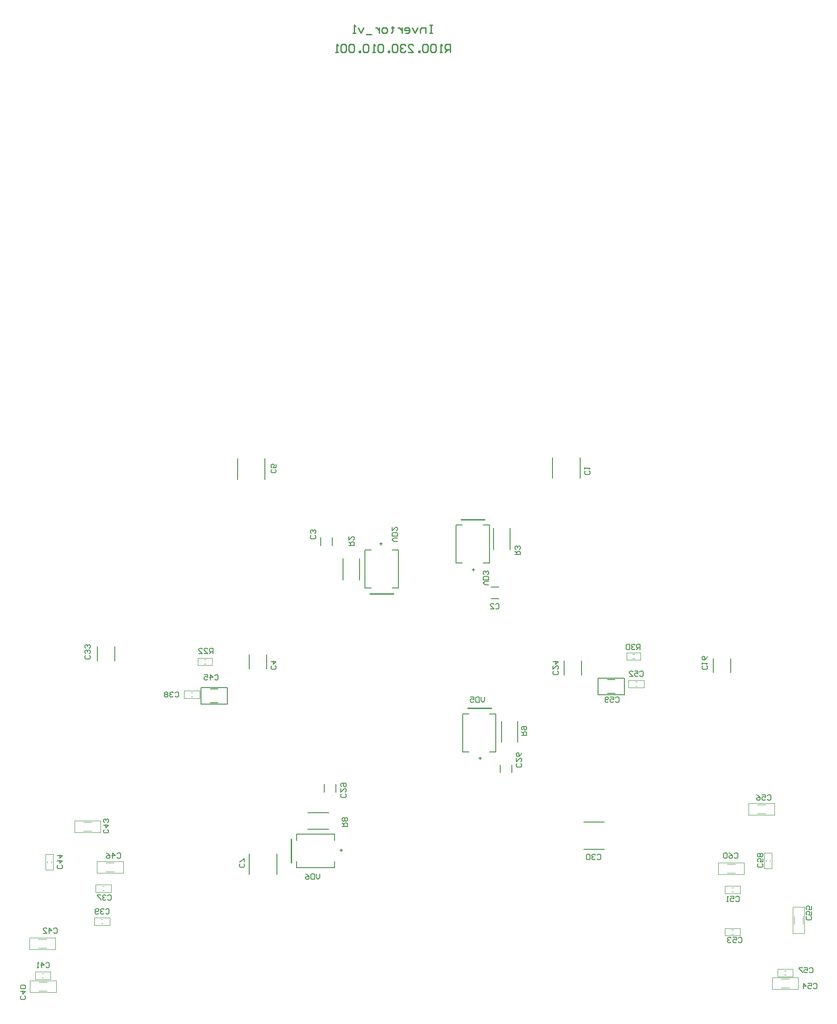
<source format=gbo>
G04 Layer_Color=32896*
%FSLAX44Y44*%
%MOMM*%
G71*
G01*
G75*
%ADD59C,0.2500*%
%ADD60C,0.1270*%
%ADD62C,0.2540*%
%ADD63C,0.2000*%
%ADD65C,0.1524*%
%ADD67C,0.1000*%
%ADD68C,0.1500*%
D59*
X850000Y1909502D02*
Y1924498D01*
X842503D01*
X840003Y1921998D01*
Y1917000D01*
X842503Y1914501D01*
X850000D01*
X845002D02*
X840003Y1909502D01*
X835005D02*
X830006D01*
X832506D01*
Y1924498D01*
X835005Y1921998D01*
X822509D02*
X820010Y1924498D01*
X815011D01*
X812512Y1921998D01*
Y1912002D01*
X815011Y1909502D01*
X820010D01*
X822509Y1912002D01*
Y1921998D01*
X807514D02*
X805015Y1924498D01*
X800016D01*
X797517Y1921998D01*
Y1912002D01*
X800016Y1909502D01*
X805015D01*
X807514Y1912002D01*
Y1921998D01*
X792519Y1909502D02*
Y1912002D01*
X790020D01*
Y1909502D01*
X792519D01*
X770026D02*
X780023D01*
X770026Y1919499D01*
Y1921998D01*
X772525Y1924498D01*
X777523D01*
X780023Y1921998D01*
X765027D02*
X762528Y1924498D01*
X757530D01*
X755031Y1921998D01*
Y1919499D01*
X757530Y1917000D01*
X760029D01*
X757530D01*
X755031Y1914501D01*
Y1912002D01*
X757530Y1909502D01*
X762528D01*
X765027Y1912002D01*
X750032Y1921998D02*
X747533Y1924498D01*
X742535D01*
X740036Y1921998D01*
Y1912002D01*
X742535Y1909502D01*
X747533D01*
X750032Y1912002D01*
Y1921998D01*
X735037Y1909502D02*
Y1912002D01*
X732538D01*
Y1909502D01*
X735037D01*
X722541Y1921998D02*
X720042Y1924498D01*
X715044D01*
X712544Y1921998D01*
Y1912002D01*
X715044Y1909502D01*
X720042D01*
X722541Y1912002D01*
Y1921998D01*
X707546Y1909502D02*
X702548D01*
X705047D01*
Y1924498D01*
X707546Y1921998D01*
X695050D02*
X692551Y1924498D01*
X687553D01*
X685053Y1921998D01*
Y1912002D01*
X687553Y1909502D01*
X692551D01*
X695050Y1912002D01*
Y1921998D01*
X680055Y1909502D02*
Y1912002D01*
X677556D01*
Y1909502D01*
X680055D01*
X667559Y1921998D02*
X665060Y1924498D01*
X660061D01*
X657562Y1921998D01*
Y1912002D01*
X660061Y1909502D01*
X665060D01*
X667559Y1912002D01*
Y1921998D01*
X652564D02*
X650065Y1924498D01*
X645066D01*
X642567Y1921998D01*
Y1912002D01*
X645066Y1909502D01*
X650065D01*
X652564Y1912002D01*
Y1921998D01*
X637569Y1909502D02*
X632570D01*
X635070D01*
Y1924498D01*
X637569Y1921998D01*
X815617Y1961139D02*
X810619D01*
X813118D01*
Y1946144D01*
X815617D01*
X810619D01*
X803121D02*
Y1956141D01*
X795624D01*
X793124Y1953642D01*
Y1946144D01*
X788126Y1956141D02*
X783128Y1946144D01*
X778129Y1956141D01*
X765633Y1946144D02*
X770632D01*
X773131Y1948643D01*
Y1953642D01*
X770632Y1956141D01*
X765633D01*
X763134Y1953642D01*
Y1951142D01*
X773131D01*
X758136Y1956141D02*
Y1946144D01*
Y1951142D01*
X755637Y1953642D01*
X753137Y1956141D01*
X750638D01*
X740641Y1958640D02*
Y1956141D01*
X743141D01*
X738142D01*
X740641D01*
Y1948643D01*
X738142Y1946144D01*
X728145D02*
X723147D01*
X720648Y1948643D01*
Y1953642D01*
X723147Y1956141D01*
X728145D01*
X730645Y1953642D01*
Y1948643D01*
X728145Y1946144D01*
X715649Y1956141D02*
Y1946144D01*
Y1951142D01*
X713150Y1953642D01*
X710651Y1956141D01*
X708152D01*
X700654Y1943645D02*
X690658D01*
X685659Y1956141D02*
X680661Y1946144D01*
X675662Y1956141D01*
X670664Y1946144D02*
X665666D01*
X668165D01*
Y1961139D01*
X670664Y1958640D01*
D60*
X377750Y705750D02*
X427250D01*
X377750Y674500D02*
Y705750D01*
Y674500D02*
X427250D01*
Y705750D01*
X1130250Y691750D02*
X1179750D01*
Y723000D01*
X1130250D02*
X1179750D01*
X1130250Y691750D02*
Y723000D01*
D62*
X697500Y883250D02*
X742500D01*
X870000Y1024250D02*
X915000D01*
X882500Y666750D02*
X927500D01*
X548250Y373457D02*
Y418457D01*
D63*
X739750Y894000D02*
X751500D01*
X739750Y966000D02*
X751500D01*
X688500Y894000D02*
X700250D01*
X688500Y966000D02*
X700250D01*
X751500Y894000D02*
Y966000D01*
X688500Y894000D02*
Y966000D01*
X861000Y1013500D02*
X872750D01*
X861000Y941500D02*
X872750D01*
X912250Y1013500D02*
X924000D01*
X912250Y941500D02*
X924000D01*
X861000D02*
Y1013500D01*
X924000Y941500D02*
Y1013500D01*
X873500Y656000D02*
X885250D01*
X873500Y584000D02*
X885250D01*
X924750Y656000D02*
X936500D01*
X924750Y584000D02*
X936500D01*
X873500D02*
Y656000D01*
X936500Y584000D02*
Y656000D01*
X559000Y364458D02*
Y376208D01*
X631000Y364458D02*
Y376208D01*
X559000Y415708D02*
Y427458D01*
X631000Y415708D02*
Y427458D01*
X559000Y364458D02*
X631000D01*
X559000Y427458D02*
X631000D01*
X395000Y677000D02*
X410000D01*
X395000Y703000D02*
X410000D01*
X1147500Y720500D02*
X1162500D01*
X1147500Y694500D02*
X1162500D01*
X927500Y896000D02*
X942500D01*
X927500Y874000D02*
X942500D01*
X626000Y974750D02*
Y989750D01*
X604000Y974750D02*
Y989750D01*
X966543Y544458D02*
Y559458D01*
X944542Y544458D02*
Y559458D01*
X611500Y507500D02*
Y522500D01*
X633500Y507500D02*
Y522500D01*
X181000Y756500D02*
Y783500D01*
X214000Y756500D02*
Y783500D01*
X468500Y741500D02*
Y768500D01*
X501500Y741500D02*
Y768500D01*
X1348500Y734000D02*
Y761000D01*
X1381500Y734000D02*
Y761000D01*
X1066000Y729000D02*
Y756000D01*
X1099000Y729000D02*
Y756000D01*
X469000Y351750D02*
Y390750D01*
X521000Y351750D02*
Y390750D01*
X446500Y1100500D02*
Y1139500D01*
X498500Y1100500D02*
Y1139500D01*
X1044000Y1103000D02*
Y1142000D01*
X1096000Y1103000D02*
Y1142000D01*
X1103000Y399000D02*
X1142000D01*
X1103000Y451000D02*
X1142000D01*
X646850Y910000D02*
Y950000D01*
X678150Y910000D02*
Y950000D01*
X963150Y967500D02*
Y1007500D01*
X931850Y967500D02*
Y1007500D01*
X580000Y468150D02*
X620000D01*
X580000Y436850D02*
X620000D01*
X978150Y602500D02*
Y642500D01*
X946850Y602500D02*
Y642500D01*
D65*
X718751Y980690D02*
Y975612D01*
X716212Y978151D02*
X721290D01*
X893749Y926810D02*
Y931888D01*
X896288Y929349D02*
X891210D01*
X906249Y569310D02*
Y574388D01*
X908788Y571849D02*
X903710D01*
X645690Y397206D02*
X640612D01*
X643151Y399745D02*
Y394667D01*
D67*
X1456500Y376000D02*
Y379000D01*
X1448500Y376000D02*
Y379000D01*
X1445500Y363000D02*
X1459500D01*
X1445500D02*
Y392000D01*
X1459500D01*
Y363000D02*
Y392000D01*
X1483500Y169000D02*
X1486500D01*
X1483500Y161000D02*
X1486500D01*
X1499500Y158000D02*
Y172000D01*
X1470500Y158000D02*
X1499500D01*
X1470500D02*
Y172000D01*
X1499500D01*
X1383500Y246500D02*
X1386500D01*
X1383500Y238500D02*
X1386500D01*
X1399500Y235500D02*
Y249500D01*
X1370500Y235500D02*
X1399500D01*
X1370500D02*
Y249500D01*
X1399500D01*
X1201000Y716500D02*
X1204000D01*
X1201000Y708500D02*
X1204000D01*
X1217000Y705500D02*
Y719500D01*
X1188000Y705500D02*
X1217000D01*
X1188000D02*
Y719500D01*
X1217000D01*
X1383500Y326500D02*
X1386500D01*
X1383500Y318500D02*
X1386500D01*
X1399500Y315500D02*
Y329500D01*
X1370500Y315500D02*
X1399500D01*
X1370500D02*
Y329500D01*
X1399500D01*
X94000Y373500D02*
Y376500D01*
X86000Y373500D02*
Y376500D01*
X83000Y360500D02*
X97000D01*
X83000D02*
Y389500D01*
X97000D01*
Y360500D02*
Y389500D01*
X76000Y156000D02*
X79000D01*
X76000Y164000D02*
X79000D01*
X63000Y153000D02*
Y167000D01*
X92000D01*
Y153000D02*
Y167000D01*
X63000Y153000D02*
X92000D01*
X188500Y266500D02*
X191500D01*
X188500Y258500D02*
X191500D01*
X204500Y255500D02*
Y269500D01*
X175500Y255500D02*
X204500D01*
X175500D02*
Y269500D01*
X204500D01*
X358500Y688500D02*
X361500D01*
X358500Y696500D02*
X361500D01*
X345500Y685500D02*
Y699500D01*
X374500D01*
Y685500D02*
Y699500D01*
X345500Y685500D02*
X374500D01*
X191000Y329000D02*
X194000D01*
X191000Y321000D02*
X194000D01*
X207000Y318000D02*
Y332000D01*
X178000Y318000D02*
X207000D01*
X178000D02*
Y332000D01*
X207000D01*
X155000Y451000D02*
X170000D01*
X155000Y434000D02*
X170000D01*
X187250Y431500D02*
Y453500D01*
X137750Y431500D02*
X187250D01*
X137750D02*
Y453500D01*
X187250D01*
X1375000Y371000D02*
X1390000D01*
X1375000Y354000D02*
X1390000D01*
X1407250Y351500D02*
Y373500D01*
X1357750Y351500D02*
X1407250D01*
X1357750D02*
Y373500D01*
X1407250D01*
X1432500Y483500D02*
X1447500D01*
X1432500Y466500D02*
X1447500D01*
X1464750Y464000D02*
Y486000D01*
X1415250Y464000D02*
X1464750D01*
X1415250D02*
Y486000D01*
X1464750D01*
X1501500Y257500D02*
Y272500D01*
X1518500Y257500D02*
Y272500D01*
X1499000Y289750D02*
X1521000D01*
Y240250D02*
Y289750D01*
X1499000Y240250D02*
X1521000D01*
X1499000D02*
Y289750D01*
X1477500Y153500D02*
X1492500D01*
X1477500Y136500D02*
X1492500D01*
X1509750Y134000D02*
Y156000D01*
X1460250Y134000D02*
X1509750D01*
X1460250D02*
Y156000D01*
X1509750D01*
X197500Y373500D02*
X212500D01*
X197500Y356500D02*
X212500D01*
X229750Y354000D02*
Y376000D01*
X180250Y354000D02*
X229750D01*
X180250D02*
Y376000D01*
X229750D01*
X69500Y212275D02*
X84500D01*
X69500Y229275D02*
X84500D01*
X52250Y209775D02*
Y231775D01*
X101750D01*
Y209775D02*
Y231775D01*
X52250Y209775D02*
X101750D01*
X70500Y130275D02*
X85500D01*
X70500Y147275D02*
X85500D01*
X53250Y127775D02*
Y149775D01*
X102750D01*
Y127775D02*
Y149775D01*
X53250Y127775D02*
X102750D01*
X1184250Y771750D02*
X1210750D01*
X1184250Y758250D02*
Y771750D01*
Y758250D02*
X1210750D01*
Y771750D01*
X1196500Y769250D02*
X1198500D01*
X1195500Y760750D02*
X1199500D01*
X1198500Y769250D02*
X1199500D01*
X1195500D02*
X1196500D01*
X371750Y761750D02*
X398250D01*
X371750Y748250D02*
Y761750D01*
Y748250D02*
X398250D01*
Y761750D01*
X384000Y759250D02*
X386000D01*
X383000Y750750D02*
X387000D01*
X386000Y759250D02*
X387000D01*
X383000D02*
X384000D01*
D68*
X602500Y352497D02*
Y345832D01*
X599168Y342500D01*
X595835Y345832D01*
Y352497D01*
X592503D02*
Y342500D01*
X587505D01*
X585839Y344166D01*
Y350831D01*
X587505Y352497D01*
X592503D01*
X575842D02*
X579174Y350831D01*
X582506Y347498D01*
Y344166D01*
X580840Y342500D01*
X577508D01*
X575842Y344166D01*
Y345832D01*
X577508Y347498D01*
X582506D01*
X915000Y687497D02*
Y680832D01*
X911668Y677500D01*
X908335Y680832D01*
Y687497D01*
X905003D02*
Y677500D01*
X900005D01*
X898339Y679166D01*
Y685831D01*
X900005Y687497D01*
X905003D01*
X888342D02*
X895006D01*
Y682498D01*
X891674Y684165D01*
X890008D01*
X888342Y682498D01*
Y679166D01*
X890008Y677500D01*
X893340D01*
X895006Y679166D01*
X922497Y900000D02*
X915832D01*
X912500Y903332D01*
X915832Y906665D01*
X922497D01*
Y909997D02*
X912500D01*
Y914995D01*
X914166Y916661D01*
X920831D01*
X922497Y914995D01*
Y909997D01*
X920831Y919994D02*
X922497Y921660D01*
Y924992D01*
X920831Y926658D01*
X919165D01*
X917498Y924992D01*
Y923326D01*
Y924992D01*
X915832Y926658D01*
X914166D01*
X912500Y924992D01*
Y921660D01*
X914166Y919994D01*
X749997Y982500D02*
X743332D01*
X740000Y985832D01*
X743332Y989165D01*
X749997D01*
Y992497D02*
X740000D01*
Y997495D01*
X741666Y999161D01*
X748331D01*
X749997Y997495D01*
Y992497D01*
X740000Y1009158D02*
Y1002494D01*
X746665Y1009158D01*
X748331D01*
X749997Y1007492D01*
Y1004160D01*
X748331Y1002494D01*
X985000Y615000D02*
X994997D01*
Y619998D01*
X993331Y621665D01*
X989998D01*
X988332Y619998D01*
Y615000D01*
Y618332D02*
X985000Y621665D01*
X986666Y624997D02*
X985000Y626663D01*
Y629995D01*
X986666Y631661D01*
X993331D01*
X994997Y629995D01*
Y626663D01*
X993331Y624997D01*
X991665D01*
X989998Y626663D01*
Y631661D01*
X645000Y442500D02*
X654997D01*
Y447498D01*
X653331Y449165D01*
X649998D01*
X648332Y447498D01*
Y442500D01*
Y445832D02*
X645000Y449165D01*
X653331Y452497D02*
X654997Y454163D01*
Y457495D01*
X653331Y459161D01*
X651665D01*
X649998Y457495D01*
X648332Y459161D01*
X646666D01*
X645000Y457495D01*
Y454163D01*
X646666Y452497D01*
X648332D01*
X649998Y454163D01*
X651665Y452497D01*
X653331D01*
X649998Y454163D02*
Y457495D01*
X972500Y957500D02*
X982497D01*
Y962498D01*
X980831Y964165D01*
X977498D01*
X975832Y962498D01*
Y957500D01*
Y960832D02*
X972500Y964165D01*
X980831Y967497D02*
X982497Y969163D01*
Y972495D01*
X980831Y974161D01*
X979165D01*
X977498Y972495D01*
Y970829D01*
Y972495D01*
X975832Y974161D01*
X974166D01*
X972500Y972495D01*
Y969163D01*
X974166Y967497D01*
X657500Y975000D02*
X667497D01*
Y979998D01*
X665831Y981665D01*
X662498D01*
X660832Y979998D01*
Y975000D01*
Y978332D02*
X657500Y981665D01*
Y991661D02*
Y984997D01*
X664165Y991661D01*
X665831D01*
X667497Y989995D01*
Y986663D01*
X665831Y984997D01*
X1128335Y388331D02*
X1130002Y389997D01*
X1133334D01*
X1135000Y388331D01*
Y381666D01*
X1133334Y380000D01*
X1130002D01*
X1128335Y381666D01*
X1125003Y388331D02*
X1123337Y389997D01*
X1120005D01*
X1118339Y388331D01*
Y386665D01*
X1120005Y384998D01*
X1121671D01*
X1120005D01*
X1118339Y383332D01*
Y381666D01*
X1120005Y380000D01*
X1123337D01*
X1125003Y381666D01*
X1115006Y388331D02*
X1113340Y389997D01*
X1110008D01*
X1108342Y388331D01*
Y381666D01*
X1110008Y380000D01*
X1113340D01*
X1115006Y381666D01*
Y388331D01*
X650831Y504165D02*
X652497Y502498D01*
Y499166D01*
X650831Y497500D01*
X644166D01*
X642500Y499166D01*
Y502498D01*
X644166Y504165D01*
X642500Y514161D02*
Y507497D01*
X649165Y514161D01*
X650831D01*
X652497Y512495D01*
Y509163D01*
X650831Y507497D01*
X644166Y517494D02*
X642500Y519160D01*
Y522492D01*
X644166Y524158D01*
X650831D01*
X652497Y522492D01*
Y519160D01*
X650831Y517494D01*
X649165D01*
X647498Y519160D01*
Y524158D01*
X983331Y561665D02*
X984997Y559998D01*
Y556666D01*
X983331Y555000D01*
X976666D01*
X975000Y556666D01*
Y559998D01*
X976666Y561665D01*
X975000Y571661D02*
Y564997D01*
X981665Y571661D01*
X983331D01*
X984997Y569995D01*
Y566663D01*
X983331Y564997D01*
X984997Y581658D02*
X983331Y578326D01*
X979998Y574994D01*
X976666D01*
X975000Y576660D01*
Y579992D01*
X976666Y581658D01*
X978332D01*
X979998Y579992D01*
Y574994D01*
X1053331Y736665D02*
X1054997Y734998D01*
Y731666D01*
X1053331Y730000D01*
X1046666D01*
X1045000Y731666D01*
Y734998D01*
X1046666Y736665D01*
X1045000Y746661D02*
Y739997D01*
X1051665Y746661D01*
X1053331D01*
X1054997Y744995D01*
Y741663D01*
X1053331Y739997D01*
X1045000Y754992D02*
X1054997D01*
X1049998Y749994D01*
Y756658D01*
X1335831Y746665D02*
X1337497Y744998D01*
Y741666D01*
X1335831Y740000D01*
X1329166D01*
X1327500Y741666D01*
Y744998D01*
X1329166Y746665D01*
X1327500Y749997D02*
Y753329D01*
Y751663D01*
X1337497D01*
X1335831Y749997D01*
X1337497Y764992D02*
X1335831Y761660D01*
X1332498Y758327D01*
X1329166D01*
X1327500Y759994D01*
Y763326D01*
X1329166Y764992D01*
X1330832D01*
X1332498Y763326D01*
Y758327D01*
X518331Y746665D02*
X519997Y744998D01*
Y741666D01*
X518331Y740000D01*
X511666D01*
X510000Y741666D01*
Y744998D01*
X511666Y746665D01*
X510000Y754995D02*
X519997D01*
X514998Y749997D01*
Y756661D01*
X593331Y994165D02*
X594997Y992498D01*
Y989166D01*
X593331Y987500D01*
X586666D01*
X585000Y989166D01*
Y992498D01*
X586666Y994165D01*
X593331Y997497D02*
X594997Y999163D01*
Y1002495D01*
X593331Y1004161D01*
X591665D01*
X589998Y1002495D01*
Y1000829D01*
Y1002495D01*
X588332Y1004161D01*
X586666D01*
X585000Y1002495D01*
Y999163D01*
X586666Y997497D01*
X935835Y863331D02*
X937502Y864997D01*
X940834D01*
X942500Y863331D01*
Y856666D01*
X940834Y855000D01*
X937502D01*
X935835Y856666D01*
X925839Y855000D02*
X932503D01*
X925839Y861665D01*
Y863331D01*
X927505Y864997D01*
X930837D01*
X932503Y863331D01*
X1113331Y1116164D02*
X1114997Y1114498D01*
Y1111166D01*
X1113331Y1109500D01*
X1106666D01*
X1105000Y1111166D01*
Y1114498D01*
X1106666Y1116164D01*
X1105000Y1119497D02*
Y1122829D01*
Y1121163D01*
X1114997D01*
X1113331Y1119497D01*
X165831Y766665D02*
X167497Y764998D01*
Y761666D01*
X165831Y760000D01*
X159166D01*
X157500Y761666D01*
Y764998D01*
X159166Y766665D01*
X165831Y769997D02*
X167497Y771663D01*
Y774995D01*
X165831Y776661D01*
X164165D01*
X162498Y774995D01*
Y773329D01*
Y774995D01*
X160832Y776661D01*
X159166D01*
X157500Y774995D01*
Y771663D01*
X159166Y769997D01*
X165831Y779994D02*
X167497Y781660D01*
Y784992D01*
X165831Y786658D01*
X164165D01*
X162498Y784992D01*
Y783326D01*
Y784992D01*
X160832Y786658D01*
X159166D01*
X157500Y784992D01*
Y781660D01*
X159166Y779994D01*
X200835Y310831D02*
X202502Y312497D01*
X205834D01*
X207500Y310831D01*
Y304166D01*
X205834Y302500D01*
X202502D01*
X200835Y304166D01*
X197503Y310831D02*
X195837Y312497D01*
X192505D01*
X190839Y310831D01*
Y309165D01*
X192505Y307498D01*
X194171D01*
X192505D01*
X190839Y305832D01*
Y304166D01*
X192505Y302500D01*
X195837D01*
X197503Y304166D01*
X187506Y312497D02*
X180842D01*
Y310831D01*
X187506Y304166D01*
Y302500D01*
X328335Y695831D02*
X330002Y697497D01*
X333334D01*
X335000Y695831D01*
Y689166D01*
X333334Y687500D01*
X330002D01*
X328335Y689166D01*
X325003Y695831D02*
X323337Y697497D01*
X320005D01*
X318339Y695831D01*
Y694165D01*
X320005Y692498D01*
X321671D01*
X320005D01*
X318339Y690832D01*
Y689166D01*
X320005Y687500D01*
X323337D01*
X325003Y689166D01*
X315006Y695831D02*
X313340Y697497D01*
X310008D01*
X308342Y695831D01*
Y694165D01*
X310008Y692498D01*
X308342Y690832D01*
Y689166D01*
X310008Y687500D01*
X313340D01*
X315006Y689166D01*
Y690832D01*
X313340Y692498D01*
X315006Y694165D01*
Y695831D01*
X313340Y692498D02*
X310008D01*
X196749Y284817D02*
X198416Y286483D01*
X201748D01*
X203414Y284817D01*
Y278152D01*
X201748Y276486D01*
X198416D01*
X196749Y278152D01*
X193417Y284817D02*
X191751Y286483D01*
X188419D01*
X186753Y284817D01*
Y283151D01*
X188419Y281484D01*
X190085D01*
X188419D01*
X186753Y279818D01*
Y278152D01*
X188419Y276486D01*
X191751D01*
X193417Y278152D01*
X183420D02*
X181754Y276486D01*
X178422D01*
X176756Y278152D01*
Y284817D01*
X178422Y286483D01*
X181754D01*
X183420Y284817D01*
Y283151D01*
X181754Y281484D01*
X176756D01*
X43331Y121664D02*
X44997Y119998D01*
Y116666D01*
X43331Y115000D01*
X36666D01*
X35000Y116666D01*
Y119998D01*
X36666Y121664D01*
X35000Y129995D02*
X44997D01*
X39998Y124997D01*
Y131661D01*
X43331Y134994D02*
X44997Y136660D01*
Y139992D01*
X43331Y141658D01*
X36666D01*
X35000Y139992D01*
Y136660D01*
X36666Y134994D01*
X43331D01*
X83336Y183331D02*
X85002Y184997D01*
X88334D01*
X90000Y183331D01*
Y176666D01*
X88334Y175000D01*
X85002D01*
X83336Y176666D01*
X75005Y175000D02*
Y184997D01*
X80003Y179998D01*
X73339D01*
X70006Y175000D02*
X66674D01*
X68340D01*
Y184997D01*
X70006Y183331D01*
X98336Y248331D02*
X100002Y249997D01*
X103334D01*
X105000Y248331D01*
Y241666D01*
X103334Y240000D01*
X100002D01*
X98336Y241666D01*
X90005Y240000D02*
Y249997D01*
X95003Y244998D01*
X88339D01*
X78342Y240000D02*
X85006D01*
X78342Y246665D01*
Y248331D01*
X80008Y249997D01*
X83340D01*
X85006Y248331D01*
X113331Y369165D02*
X114997Y367498D01*
Y364166D01*
X113331Y362500D01*
X106666D01*
X105000Y364166D01*
Y367498D01*
X106666Y369165D01*
X105000Y377495D02*
X114997D01*
X109998Y372497D01*
Y379161D01*
X105000Y387492D02*
X114997D01*
X109998Y382494D01*
Y389158D01*
X218335Y390331D02*
X220002Y391997D01*
X223334D01*
X225000Y390331D01*
Y383666D01*
X223334Y382000D01*
X220002D01*
X218335Y383666D01*
X210005Y382000D02*
Y391997D01*
X215003Y386998D01*
X208339D01*
X198342Y391997D02*
X201674Y390331D01*
X205006Y386998D01*
Y383666D01*
X203340Y382000D01*
X200008D01*
X198342Y383666D01*
Y385332D01*
X200008Y386998D01*
X205006D01*
X1390836Y308331D02*
X1392502Y309997D01*
X1395834D01*
X1397500Y308331D01*
Y301666D01*
X1395834Y300000D01*
X1392502D01*
X1390836Y301666D01*
X1380839Y309997D02*
X1387503D01*
Y304998D01*
X1384171Y306665D01*
X1382505D01*
X1380839Y304998D01*
Y301666D01*
X1382505Y300000D01*
X1385837D01*
X1387503Y301666D01*
X1377506Y300000D02*
X1374174D01*
X1375840D01*
Y309997D01*
X1377506Y308331D01*
X1209239Y734947D02*
X1210905Y736613D01*
X1214237D01*
X1215903Y734947D01*
Y728282D01*
X1214237Y726616D01*
X1210905D01*
X1209239Y728282D01*
X1199242Y736613D02*
X1205907D01*
Y731615D01*
X1202574Y733281D01*
X1200908D01*
X1199242Y731615D01*
Y728282D01*
X1200908Y726616D01*
X1204240D01*
X1205907Y728282D01*
X1189245Y726616D02*
X1195910D01*
X1189245Y733281D01*
Y734947D01*
X1190911Y736613D01*
X1194244D01*
X1195910Y734947D01*
X1395836Y230831D02*
X1397502Y232497D01*
X1400834D01*
X1402500Y230831D01*
Y224166D01*
X1400834Y222500D01*
X1397502D01*
X1395836Y224166D01*
X1385839Y232497D02*
X1392503D01*
Y227498D01*
X1389171Y229165D01*
X1387505D01*
X1385839Y227498D01*
Y224166D01*
X1387505Y222500D01*
X1390837D01*
X1392503Y224166D01*
X1382506Y230831D02*
X1380840Y232497D01*
X1377508D01*
X1375842Y230831D01*
Y229165D01*
X1377508Y227498D01*
X1379174D01*
X1377508D01*
X1375842Y225832D01*
Y224166D01*
X1377508Y222500D01*
X1380840D01*
X1382506Y224166D01*
X1538336Y143331D02*
X1540002Y144997D01*
X1543334D01*
X1545000Y143331D01*
Y136666D01*
X1543334Y135000D01*
X1540002D01*
X1538336Y136666D01*
X1528339Y144997D02*
X1535003D01*
Y139998D01*
X1531671Y141664D01*
X1530005D01*
X1528339Y139998D01*
Y136666D01*
X1530005Y135000D01*
X1533337D01*
X1535003Y136666D01*
X1520008Y135000D02*
Y144997D01*
X1525006Y139998D01*
X1518342D01*
X1533331Y271665D02*
X1534997Y269998D01*
Y266666D01*
X1533331Y265000D01*
X1526666D01*
X1525000Y266666D01*
Y269998D01*
X1526666Y271665D01*
X1534997Y281661D02*
Y274997D01*
X1529998D01*
X1531664Y278329D01*
Y279995D01*
X1529998Y281661D01*
X1526666D01*
X1525000Y279995D01*
Y276663D01*
X1526666Y274997D01*
X1534997Y291658D02*
Y284994D01*
X1529998D01*
X1531664Y288326D01*
Y289992D01*
X1529998Y291658D01*
X1526666D01*
X1525000Y289992D01*
Y286660D01*
X1526666Y284994D01*
X1450836Y500831D02*
X1452502Y502497D01*
X1455834D01*
X1457500Y500831D01*
Y494166D01*
X1455834Y492500D01*
X1452502D01*
X1450836Y494166D01*
X1440839Y502497D02*
X1447503D01*
Y497498D01*
X1444171Y499165D01*
X1442505D01*
X1440839Y497498D01*
Y494166D01*
X1442505Y492500D01*
X1445837D01*
X1447503Y494166D01*
X1430842Y502497D02*
X1434174Y500831D01*
X1437506Y497498D01*
Y494166D01*
X1435840Y492500D01*
X1432508D01*
X1430842Y494166D01*
Y495832D01*
X1432508Y497498D01*
X1437506D01*
X1530836Y173331D02*
X1532502Y174997D01*
X1535834D01*
X1537500Y173331D01*
Y166666D01*
X1535834Y165000D01*
X1532502D01*
X1530836Y166666D01*
X1520839Y174997D02*
X1527503D01*
Y169998D01*
X1524171Y171665D01*
X1522505D01*
X1520839Y169998D01*
Y166666D01*
X1522505Y165000D01*
X1525837D01*
X1527503Y166666D01*
X1517506Y174997D02*
X1510842D01*
Y173331D01*
X1517506Y166666D01*
Y165000D01*
X1440831Y371665D02*
X1442497Y369998D01*
Y366666D01*
X1440831Y365000D01*
X1434166D01*
X1432500Y366666D01*
Y369998D01*
X1434166Y371665D01*
X1442497Y381661D02*
Y374997D01*
X1437498D01*
X1439164Y378329D01*
Y379995D01*
X1437498Y381661D01*
X1434166D01*
X1432500Y379995D01*
Y376663D01*
X1434166Y374997D01*
X1440831Y384994D02*
X1442497Y386660D01*
Y389992D01*
X1440831Y391658D01*
X1439164D01*
X1437498Y389992D01*
X1435832Y391658D01*
X1434166D01*
X1432500Y389992D01*
Y386660D01*
X1434166Y384994D01*
X1435832D01*
X1437498Y386660D01*
X1439164Y384994D01*
X1440831D01*
X1437498Y386660D02*
Y389992D01*
X1163335Y685831D02*
X1165002Y687497D01*
X1168334D01*
X1170000Y685831D01*
Y679166D01*
X1168334Y677500D01*
X1165002D01*
X1163335Y679166D01*
X1153339Y687497D02*
X1160003D01*
Y682498D01*
X1156671Y684165D01*
X1155005D01*
X1153339Y682498D01*
Y679166D01*
X1155005Y677500D01*
X1158337D01*
X1160003Y679166D01*
X1150006D02*
X1148340Y677500D01*
X1145008D01*
X1143342Y679166D01*
Y685831D01*
X1145008Y687497D01*
X1148340D01*
X1150006Y685831D01*
Y684165D01*
X1148340Y682498D01*
X1143342D01*
X1388336Y390831D02*
X1390002Y392497D01*
X1393334D01*
X1395000Y390831D01*
Y384166D01*
X1393334Y382500D01*
X1390002D01*
X1388336Y384166D01*
X1378339Y392497D02*
X1381671Y390831D01*
X1385003Y387498D01*
Y384166D01*
X1383337Y382500D01*
X1380005D01*
X1378339Y384166D01*
Y385832D01*
X1380005Y387498D01*
X1385003D01*
X1375006Y390831D02*
X1373340Y392497D01*
X1370008D01*
X1368342Y390831D01*
Y384166D01*
X1370008Y382500D01*
X1373340D01*
X1375006Y384166D01*
Y390831D01*
X400000Y770000D02*
Y779997D01*
X395002D01*
X393335Y778331D01*
Y774998D01*
X395002Y773332D01*
X400000D01*
X396668D02*
X393335Y770000D01*
X383339D02*
X390003D01*
X383339Y776665D01*
Y778331D01*
X385005Y779997D01*
X388337D01*
X390003Y778331D01*
X373342Y770000D02*
X380006D01*
X373342Y776665D01*
Y778331D01*
X375008Y779997D01*
X378340D01*
X380006Y778331D01*
X1210000Y777500D02*
Y787497D01*
X1205002D01*
X1203335Y785831D01*
Y782498D01*
X1205002Y780832D01*
X1210000D01*
X1206668D02*
X1203335Y777500D01*
X1200003Y785831D02*
X1198337Y787497D01*
X1195005D01*
X1193339Y785831D01*
Y784165D01*
X1195005Y782498D01*
X1196671D01*
X1195005D01*
X1193339Y780832D01*
Y779166D01*
X1195005Y777500D01*
X1198337D01*
X1200003Y779166D01*
X1190006Y785831D02*
X1188340Y787497D01*
X1185008D01*
X1183342Y785831D01*
Y779166D01*
X1185008Y777500D01*
X1188340D01*
X1190006Y779166D01*
Y785831D01*
X200831Y436665D02*
X202497Y434998D01*
Y431666D01*
X200831Y430000D01*
X194166D01*
X192500Y431666D01*
Y434998D01*
X194166Y436665D01*
X192500Y444995D02*
X202497D01*
X197498Y439997D01*
Y446661D01*
X200831Y449994D02*
X202497Y451660D01*
Y454992D01*
X200831Y456658D01*
X199165D01*
X197498Y454992D01*
Y453326D01*
Y454992D01*
X195832Y456658D01*
X194166D01*
X192500Y454992D01*
Y451660D01*
X194166Y449994D01*
X403335Y728331D02*
X405002Y729997D01*
X408334D01*
X410000Y728331D01*
Y721666D01*
X408334Y720000D01*
X405002D01*
X403335Y721666D01*
X395005Y720000D02*
Y729997D01*
X400003Y724998D01*
X393339D01*
X383342Y729997D02*
X390006D01*
Y724998D01*
X386674Y726665D01*
X385008D01*
X383342Y724998D01*
Y721666D01*
X385008Y720000D01*
X388340D01*
X390006Y721666D01*
X518331Y1119165D02*
X519997Y1117498D01*
Y1114166D01*
X518331Y1112500D01*
X511666D01*
X510000Y1114166D01*
Y1117498D01*
X511666Y1119165D01*
X519997Y1129161D02*
Y1122497D01*
X514998D01*
X516665Y1125829D01*
Y1127495D01*
X514998Y1129161D01*
X511666D01*
X510000Y1127495D01*
Y1124163D01*
X511666Y1122497D01*
X458331Y371665D02*
X459997Y369998D01*
Y366666D01*
X458331Y365000D01*
X451666D01*
X450000Y366666D01*
Y369998D01*
X451666Y371665D01*
X459997Y374997D02*
Y381661D01*
X458331D01*
X451666Y374997D01*
X450000D01*
M02*

</source>
